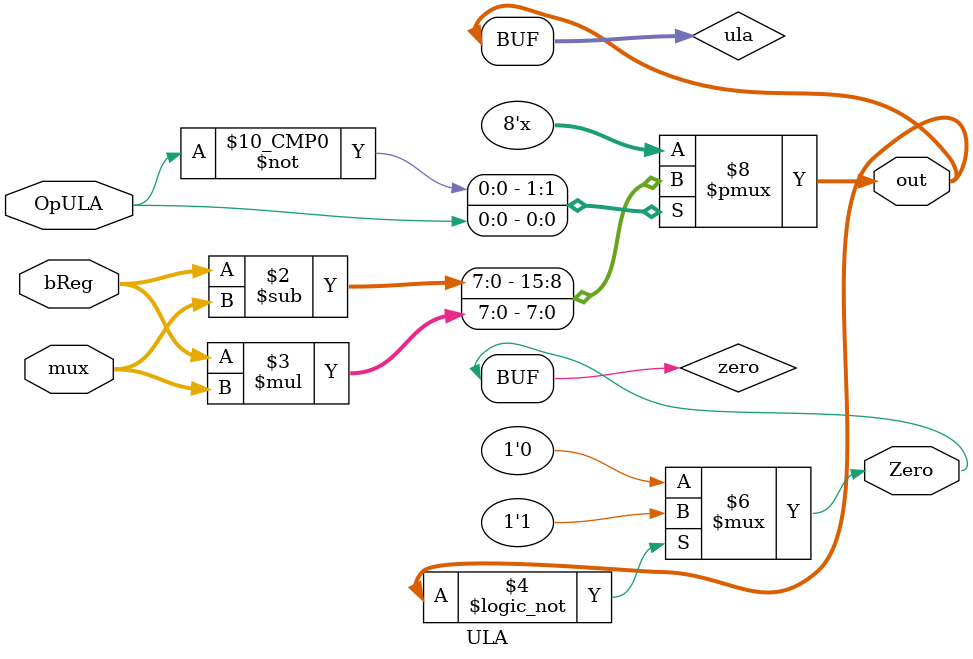
<source format=v>
module ULA (
    input wire [7:0] bReg,
    input wire [7:0] mux,
    output wire Zero,
    output wire [7:0] out,
    input OpULA
    );
    
    reg [7:0] ula;
    reg zero;

    always@(bReg or mux or OpULA)begin
        case (OpULA)
        1'b0: ula = bReg - mux;
        1'b1: ula = bReg*mux;
        default: ula=8'b00000000;
        endcase
        if(ula == 8'b00000000) begin
            zero = 1;
        end else begin
            zero = 0;
        end
    end
  
    assign out = ula;
    assign Zero = zero;

endmodule
</source>
